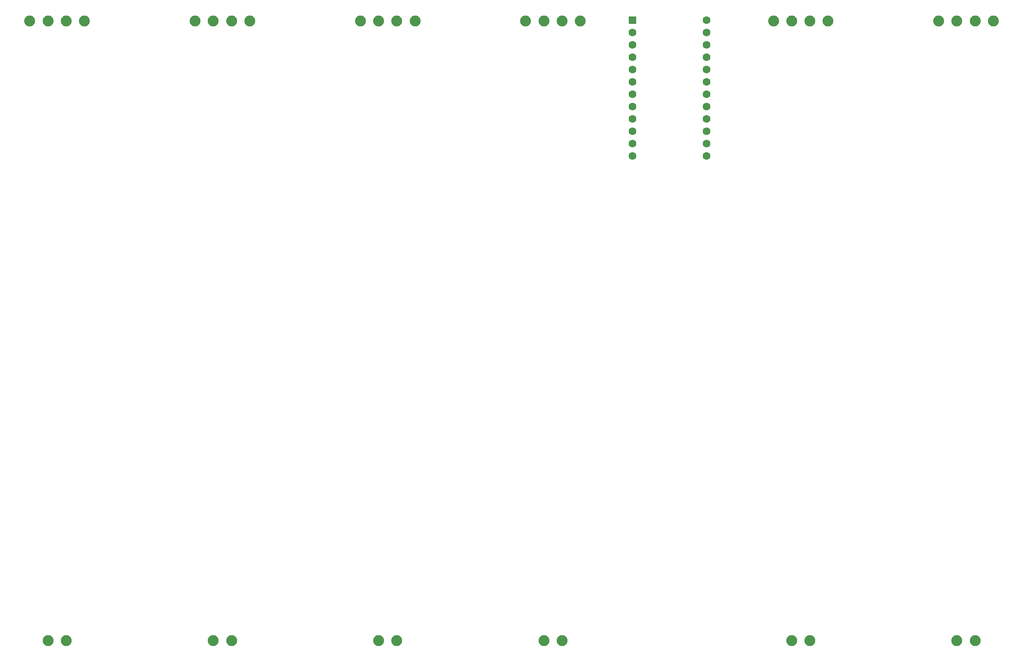
<source format=gbr>
%TF.GenerationSoftware,KiCad,Pcbnew,(5.1.6)-1*%
%TF.CreationDate,2020-07-07T10:02:33+02:00*%
%TF.ProjectId,Snackboard_pro_micro,536e6163-6b62-46f6-9172-645f70726f5f,rev?*%
%TF.SameCoordinates,Original*%
%TF.FileFunction,Copper,L1,Top*%
%TF.FilePolarity,Positive*%
%FSLAX46Y46*%
G04 Gerber Fmt 4.6, Leading zero omitted, Abs format (unit mm)*
G04 Created by KiCad (PCBNEW (5.1.6)-1) date 2020-07-07 10:02:33*
%MOMM*%
%LPD*%
G01*
G04 APERTURE LIST*
%TA.AperFunction,ComponentPad*%
%ADD10R,1.600000X1.600000*%
%TD*%
%TA.AperFunction,ComponentPad*%
%ADD11C,1.600000*%
%TD*%
%TA.AperFunction,ComponentPad*%
%ADD12C,2.250000*%
%TD*%
G04 APERTURE END LIST*
D10*
%TO.P,U1,1*%
%TO.N,Net-(U1-Pad1)*%
X196395000Y-36420000D03*
D11*
%TO.P,U1,2*%
%TO.N,Net-(U1-Pad2)*%
X196395000Y-38960000D03*
%TO.P,U1,3*%
%TO.N,GND*%
X196395000Y-41500000D03*
%TO.P,U1,4*%
%TO.N,Net-(U1-Pad4)*%
X196395000Y-44040000D03*
%TO.P,U1,5*%
%TO.N,Net-(U1-Pad5)*%
X196395000Y-46580000D03*
%TO.P,U1,6*%
%TO.N,Net-(U1-Pad6)*%
X196395000Y-49120000D03*
%TO.P,U1,7*%
%TO.N,A5*%
X196395000Y-51660000D03*
%TO.P,U1,8*%
%TO.N,Net-(U1-Pad8)*%
X196395000Y-54200000D03*
%TO.P,U1,9*%
%TO.N,A4*%
X196395000Y-56740000D03*
%TO.P,U1,10*%
%TO.N,Net-(U1-Pad10)*%
X196395000Y-59280000D03*
%TO.P,U1,11*%
%TO.N,A3*%
X196395000Y-61820000D03*
%TO.P,U1,12*%
%TO.N,A2*%
X196395000Y-64360000D03*
%TO.P,U1,13*%
%TO.N,Net-(U1-Pad13)*%
X211635000Y-64360000D03*
%TO.P,U1,14*%
%TO.N,Net-(U1-Pad14)*%
X211635000Y-61820000D03*
%TO.P,U1,15*%
%TO.N,Net-(U1-Pad15)*%
X211635000Y-59280000D03*
%TO.P,U1,16*%
%TO.N,Net-(U1-Pad16)*%
X211635000Y-56740000D03*
%TO.P,U1,17*%
%TO.N,Net-(U1-Pad17)*%
X211635000Y-54200000D03*
%TO.P,U1,18*%
%TO.N,Net-(U1-Pad18)*%
X211635000Y-51660000D03*
%TO.P,U1,19*%
%TO.N,A0*%
X211635000Y-49120000D03*
%TO.P,U1,20*%
%TO.N,A1*%
X211635000Y-46580000D03*
%TO.P,U1,21*%
%TO.N,5V*%
X211635000Y-44040000D03*
%TO.P,U1,22*%
%TO.N,Net-(U1-Pad22)*%
X211635000Y-41500000D03*
%TO.P,U1,23*%
%TO.N,Net-(U1-Pad23)*%
X211635000Y-38960000D03*
%TO.P,U1,24*%
%TO.N,Net-(U1-Pad24)*%
X211635000Y-36420000D03*
%TD*%
D12*
%TO.P,VR6,B3*%
%TO.N,Net-(VR6-PadB3)*%
X76140000Y-164140000D03*
%TO.P,VR6,B2*%
%TO.N,Net-(VR6-PadB2)*%
X72390000Y-36640000D03*
%TO.P,VR6,B1*%
%TO.N,Net-(VR6-PadB1)*%
X76140000Y-36640000D03*
%TO.P,VR6,A3*%
%TO.N,GND*%
X79890000Y-164140000D03*
%TO.P,VR6,A2*%
%TO.N,A5*%
X83640000Y-36640000D03*
%TO.P,VR6,A1*%
%TO.N,5V*%
X79890000Y-36640000D03*
%TD*%
%TO.P,VR5,B3*%
%TO.N,Net-(VR5-PadB3)*%
X110140000Y-164140000D03*
%TO.P,VR5,B2*%
%TO.N,Net-(VR5-PadB2)*%
X106390000Y-36640000D03*
%TO.P,VR5,B1*%
%TO.N,Net-(VR5-PadB1)*%
X110140000Y-36640000D03*
%TO.P,VR5,A3*%
%TO.N,GND*%
X113890000Y-164140000D03*
%TO.P,VR5,A2*%
%TO.N,A4*%
X117640000Y-36640000D03*
%TO.P,VR5,A1*%
%TO.N,5V*%
X113890000Y-36640000D03*
%TD*%
%TO.P,VR1,B3*%
%TO.N,Net-(VR1-PadB3)*%
X263140000Y-164140000D03*
%TO.P,VR1,B2*%
%TO.N,Net-(VR1-PadB2)*%
X259390000Y-36640000D03*
%TO.P,VR1,B1*%
%TO.N,Net-(VR1-PadB1)*%
X263140000Y-36640000D03*
%TO.P,VR1,A3*%
%TO.N,GND*%
X266890000Y-164140000D03*
%TO.P,VR1,A2*%
%TO.N,A0*%
X270640000Y-36640000D03*
%TO.P,VR1,A1*%
%TO.N,5V*%
X266890000Y-36640000D03*
%TD*%
%TO.P,VR2,B3*%
%TO.N,Net-(VR2-PadB3)*%
X229140000Y-164140000D03*
%TO.P,VR2,B2*%
%TO.N,Net-(VR2-PadB2)*%
X225390000Y-36640000D03*
%TO.P,VR2,B1*%
%TO.N,Net-(VR2-PadB1)*%
X229140000Y-36640000D03*
%TO.P,VR2,A3*%
%TO.N,GND*%
X232890000Y-164140000D03*
%TO.P,VR2,A2*%
%TO.N,A1*%
X236640000Y-36640000D03*
%TO.P,VR2,A1*%
%TO.N,5V*%
X232890000Y-36640000D03*
%TD*%
%TO.P,VR3,B3*%
%TO.N,Net-(VR3-PadB3)*%
X178140000Y-164140000D03*
%TO.P,VR3,B2*%
%TO.N,Net-(VR3-PadB2)*%
X174390000Y-36640000D03*
%TO.P,VR3,B1*%
%TO.N,Net-(VR3-PadB1)*%
X178140000Y-36640000D03*
%TO.P,VR3,A3*%
%TO.N,GND*%
X181890000Y-164140000D03*
%TO.P,VR3,A2*%
%TO.N,A2*%
X185640000Y-36640000D03*
%TO.P,VR3,A1*%
%TO.N,5V*%
X181890000Y-36640000D03*
%TD*%
%TO.P,VR4,B3*%
%TO.N,Net-(VR4-PadB3)*%
X144140000Y-164140000D03*
%TO.P,VR4,B2*%
%TO.N,Net-(VR4-PadB2)*%
X140390000Y-36640000D03*
%TO.P,VR4,B1*%
%TO.N,Net-(VR4-PadB1)*%
X144140000Y-36640000D03*
%TO.P,VR4,A3*%
%TO.N,GND*%
X147890000Y-164140000D03*
%TO.P,VR4,A2*%
%TO.N,A3*%
X151640000Y-36640000D03*
%TO.P,VR4,A1*%
%TO.N,5V*%
X147890000Y-36640000D03*
%TD*%
M02*

</source>
